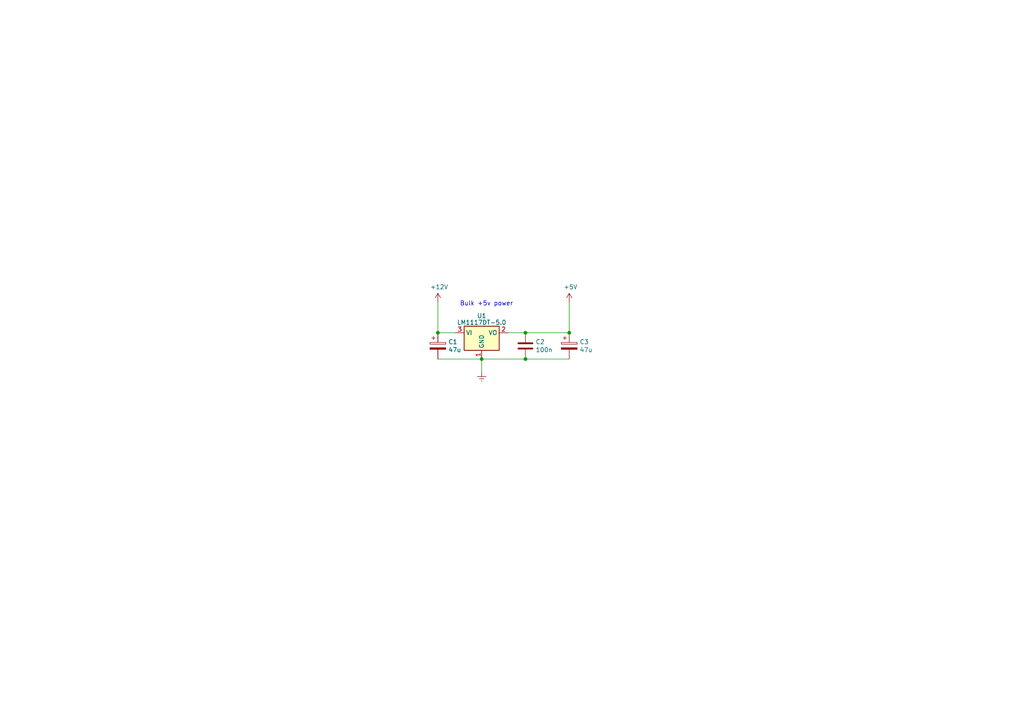
<source format=kicad_sch>
(kicad_sch (version 20230121) (generator eeschema)
  (paper "A4")
  (lib_symbols
    (symbol "Device:C" (pin_numbers hide) (pin_names (offset 0.254))
      (property "Reference" "C" (at 0.635 2.54 0))
      (property "Value" "C" (at 0.635 -2.54 0))
      (symbol "C_0_1"
        (polyline (pts (xy -2.032 -0.762) (xy 2.032 -0.762)) (stroke (width 0.508)))
        (polyline (pts (xy -2.032 0.762) (xy 2.032 0.762)) (stroke (width 0.508)))
      )
      (symbol "C_1_1"
        (pin passive line (at 0 3.81 270) (length 2.794) (name "~") (number "1"))
        (pin passive line (at 0 -3.81 90) (length 2.794) (name "~") (number "2"))
      )
    )
    (symbol "Regulator_Linear:LM1117DT-5.0"
      (property "Reference" "U" (at -3.81 3.175 0))
      (property "Value" "LM1117DT-5.0" (at 0 3.175 0))
      (symbol "LM1117DT-5.0_0_1"
        (rectangle (start -5.08 -5.08) (end 5.08 1.905) (stroke (width 0.254)) (fill (type background)))
      )
      (symbol "LM1117DT-5.0_1_1"
        (pin power_in line (at 0 -7.62 90) (length 2.54) (name "GND") (number "1"))
        (pin power_out line (at 7.62 0 180) (length 2.54) (name "VO") (number "2"))
        (pin power_in line (at -7.62 0 0) (length 2.54) (name "VI") (number "3"))
      )
    )
    (symbol "d6-rescue:CP-Device" (pin_numbers hide) (pin_names (offset 0.254))
      (property "Reference" "C" (at 0.635 2.54 0))
      (property "Value" "CP-Device" (at 0.635 -2.54 0))
      (symbol "CP-Device_0_1"
        (rectangle (start -2.286 0.508) (end 2.286 1.016))
        (polyline (pts (xy -1.778 2.286) (xy -0.762 2.286)))
        (polyline (pts (xy -1.27 2.794) (xy -1.27 1.778)))
        (rectangle (start 2.286 -0.508) (end -2.286 -1.016) (fill (type outline)))
      )
      (symbol "CP-Device_1_1"
        (pin passive line (at 0 3.81 270) (length 2.794) (name "~") (number "1"))
        (pin passive line (at 0 -3.81 90) (length 2.794) (name "~") (number "2"))
      )
    )
    (symbol "power:+12V" (power) (pin_names (offset 0))
      (property "Value" "+12V" (at 0 3.556 0))
      (symbol "+12V_0_1"
        (polyline (pts (xy -0.762 1.27) (xy 0 2.54)))
        (polyline (pts (xy 0 0) (xy 0 2.54)))
        (polyline (pts (xy 0 2.54) (xy 0.762 1.27)))
      )
      (symbol "+12V_1_1"
        (pin power_in line (at 0 0 90) (length 0) hide (name "+12V") (number "1"))
      )
    )
    (symbol "power:+5V" (power) (pin_names (offset 0))
      (property "Value" "+5V" (at 0 3.556 0))
      (symbol "+5V_0_1"
        (polyline (pts (xy -0.762 1.27) (xy 0 2.54)))
        (polyline (pts (xy 0 0) (xy 0 2.54)))
        (polyline (pts (xy 0 2.54) (xy 0.762 1.27)))
      )
      (symbol "+5V_1_1"
        (pin power_in line (at 0 0 90) (length 0) hide (name "+5V") (number "1"))
      )
    )
    (symbol "power:Earth" (power) (pin_names (offset 0))
      (symbol "Earth_0_1"
        (polyline (pts (xy -0.635 -1.905) (xy 0.635 -1.905)))
        (polyline (pts (xy -0.127 -2.54) (xy 0.127 -2.54)))
        (polyline (pts (xy 0 -1.27) (xy 0 0)))
        (polyline (pts (xy 1.27 -1.27) (xy -1.27 -1.27)))
      )
      (symbol "Earth_1_1"
        (pin power_in line (at 0 0 270) (length 0) hide (name "Earth") (number "1"))
      )
    )
  )
  (junction (at 165.1 96.52))
  (junction (at 152.4 96.52))
  (junction (at 139.7 104.14))
  (junction (at 152.4 104.14))
  (junction (at 127 96.52))
  (wire (pts (xy 165.1 104.14) (xy 152.4 104.14)))
  (wire (pts (xy 165.1 87.63) (xy 165.1 96.52)))
  (wire (pts (xy 152.4 104.14) (xy 139.7 104.14)))
  (wire (pts (xy 127 96.52) (xy 132.08 96.52)))
  (wire (pts (xy 139.7 104.14) (xy 139.7 107.95)))
  (wire (pts (xy 152.4 96.52) (xy 165.1 96.52)))
  (wire (pts (xy 147.32 96.52) (xy 152.4 96.52)))
  (wire (pts (xy 139.7 104.14) (xy 127 104.14)))
  (wire (pts (xy 127 87.63) (xy 127 96.52)))
  (text "Bulk +5v power" (at 133.35 88.9 0) (effects (font (size 1.27 1.27)) (justify left bottom)))
  (symbol (lib_id "Device:C") (at 152.4 100.33 0) (unit 1)
    (property "Reference" "C2" (at 155.321 99.1616 0) (effects (justify left)))
    (property "Value" "100n" (at 155.321 101.473 0) (effects (justify left)))
    (property "Footprint" "Capacitor_SMD:C_0805_2012Metric" (effects hide))
  )
  (symbol (lib_id "d6-rescue:CP-Device") (at 165.1 100.33 0) (unit 1)
    (property "Reference" "C3" (at 168.0972 99.1616 0) (effects (justify left)))
    (property "Value" "47u" (at 168.0972 101.473 0) (effects (justify left)))
    (property "Footprint" "Capacitor_SMD:CP_Elec_5x5.4" (effects hide))
  )
  (symbol (lib_id "Regulator_Linear:LM1117DT-5.0") (at 139.7 96.52 0) (unit 1)
    (property "Reference" "U1" (at 139.7 91.6051 0))
    (property "Value" "LM1117DT-5.0" (at 139.7 93.5261 0))
    (property "Footprint" "Package_TO_SOT_SMD:SOT-223-3_TabPin2" (effects hide))
    (property "Datasheet" "http://www.ti.com/lit/ds/symlink/lm1117.pdf" (effects hide))
  )
  (symbol (lib_id "power:+5V") (at 165.1 87.63 0) (unit 1)
    (property "Reference" "#PWR03" (effects hide))
    (property "Value" "+5V" (at 165.481 83.2358 0))
  )
  (symbol (lib_id "power:+12V") (at 127 87.63 0) (unit 1)
    (property "Reference" "#PWR01" (effects hide))
    (property "Value" "+12V" (at 127.381 83.2358 0))
  )
  (symbol (lib_id "power:Earth") (at 139.7 107.95 0) (unit 1)
    (property "Reference" "#PWR02" (effects hide))
    (property "Value" "Earth" (effects hide))
  )
  (symbol (lib_id "d6-rescue:CP-Device") (at 127 100.33 0) (unit 1)
    (property "Reference" "C1" (at 129.9972 99.1616 0) (effects (justify left)))
    (property "Value" "47u" (at 129.9972 101.473 0) (effects (justify left)))
    (property "Footprint" "Capacitor_SMD:CP_Elec_5x5.4" (effects hide))
  )
)
</source>
